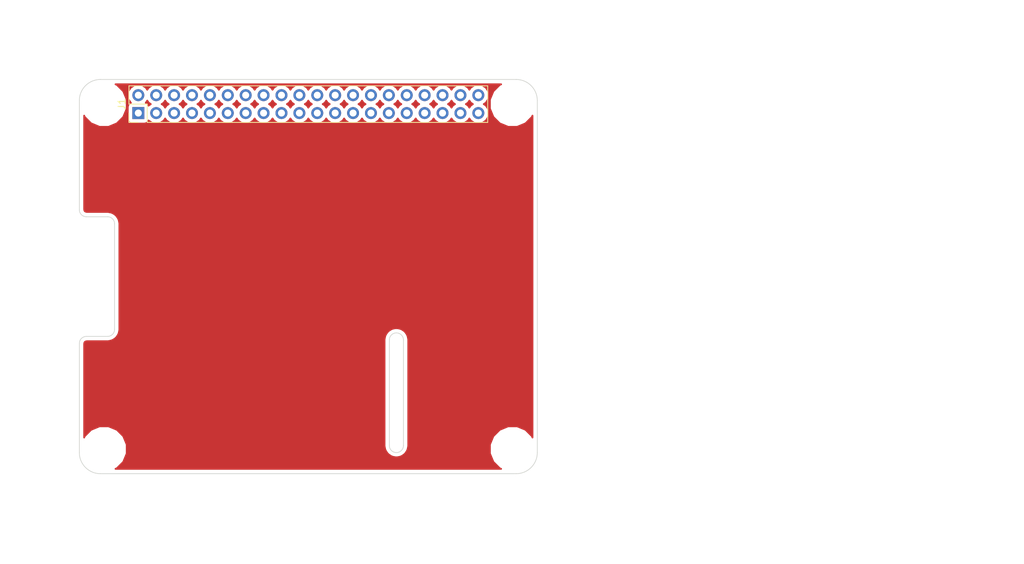
<source format=kicad_pcb>
(kicad_pcb (version 20171130) (host pcbnew "(5.0.1)-4")

  (general
    (thickness 1.6)
    (drawings 37)
    (tracks 0)
    (zones 0)
    (modules 5)
    (nets 41)
  )

  (page A4)
  (layers
    (0 F.Cu signal)
    (31 B.Cu signal)
    (32 B.Adhes user)
    (33 F.Adhes user)
    (34 B.Paste user)
    (35 F.Paste user)
    (36 B.SilkS user)
    (37 F.SilkS user)
    (38 B.Mask user)
    (39 F.Mask user)
    (40 Dwgs.User user)
    (41 Cmts.User user)
    (42 Eco1.User user)
    (43 Eco2.User user)
    (44 Edge.Cuts user)
    (45 Margin user)
    (46 B.CrtYd user)
    (47 F.CrtYd user)
    (48 B.Fab user)
    (49 F.Fab user)
  )

  (setup
    (last_trace_width 0.25)
    (user_trace_width 0.01)
    (user_trace_width 0.02)
    (user_trace_width 0.05)
    (user_trace_width 0.1)
    (user_trace_width 0.2)
    (trace_clearance 0.2)
    (zone_clearance 0.508)
    (zone_45_only no)
    (trace_min 0.01)
    (segment_width 0.2)
    (edge_width 0.1)
    (via_size 0.6)
    (via_drill 0.4)
    (via_min_size 0.4)
    (via_min_drill 0.3)
    (uvia_size 0.3)
    (uvia_drill 0.1)
    (uvias_allowed no)
    (uvia_min_size 0.2)
    (uvia_min_drill 0.1)
    (pcb_text_width 0.3)
    (pcb_text_size 1.5 1.5)
    (mod_edge_width 0.15)
    (mod_text_size 1 1)
    (mod_text_width 0.15)
    (pad_size 2.7 2.7)
    (pad_drill 2.7)
    (pad_to_mask_clearance 0)
    (solder_mask_min_width 0.25)
    (aux_axis_origin 0 0)
    (visible_elements 7FFEFFFF)
    (pcbplotparams
      (layerselection 0x00030_80000001)
      (usegerberextensions false)
      (usegerberattributes false)
      (usegerberadvancedattributes false)
      (creategerberjobfile false)
      (excludeedgelayer true)
      (linewidth 0.100000)
      (plotframeref false)
      (viasonmask false)
      (mode 1)
      (useauxorigin false)
      (hpglpennumber 1)
      (hpglpenspeed 20)
      (hpglpendiameter 15.000000)
      (psnegative false)
      (psa4output false)
      (plotreference true)
      (plotvalue true)
      (plotinvisibletext false)
      (padsonsilk false)
      (subtractmaskfromsilk false)
      (outputformat 1)
      (mirror false)
      (drillshape 0)
      (scaleselection 1)
      (outputdirectory "meta/"))
  )

  (net 0 "")
  (net 1 "Net-(J1-Pad34)")
  (net 2 "Net-(J1-Pad36)")
  (net 3 "Net-(J1-Pad40)")
  (net 4 "Net-(J1-Pad38)")
  (net 5 "Net-(J1-Pad18)")
  (net 6 "Net-(J1-Pad20)")
  (net 7 "Net-(J1-Pad24)")
  (net 8 "Net-(J1-Pad22)")
  (net 9 "Net-(J1-Pad30)")
  (net 10 "Net-(J1-Pad32)")
  (net 11 "Net-(J1-Pad28)")
  (net 12 "Net-(J1-Pad26)")
  (net 13 "Net-(J1-Pad10)")
  (net 14 "Net-(J1-Pad12)")
  (net 15 "Net-(J1-Pad16)")
  (net 16 "Net-(J1-Pad14)")
  (net 17 "Net-(J1-Pad6)")
  (net 18 "Net-(J1-Pad8)")
  (net 19 "Net-(J1-Pad4)")
  (net 20 "Net-(J1-Pad2)")
  (net 21 "Net-(J1-Pad39)")
  (net 22 "Net-(J1-Pad37)")
  (net 23 "Net-(J1-Pad33)")
  (net 24 "Net-(J1-Pad35)")
  (net 25 "Net-(J1-Pad27)")
  (net 26 "Net-(J1-Pad25)")
  (net 27 "Net-(J1-Pad29)")
  (net 28 "Net-(J1-Pad31)")
  (net 29 "Net-(J1-Pad23)")
  (net 30 "Net-(J1-Pad21)")
  (net 31 "Net-(J1-Pad17)")
  (net 32 "Net-(J1-Pad19)")
  (net 33 "Net-(J1-Pad3)")
  (net 34 "Net-(J1-Pad1)")
  (net 35 "Net-(J1-Pad5)")
  (net 36 "Net-(J1-Pad7)")
  (net 37 "Net-(J1-Pad15)")
  (net 38 "Net-(J1-Pad13)")
  (net 39 "Net-(J1-Pad9)")
  (net 40 "Net-(J1-Pad11)")

  (net_class Default "This is the default net class."
    (clearance 0.2)
    (trace_width 0.25)
    (via_dia 0.6)
    (via_drill 0.4)
    (uvia_dia 0.3)
    (uvia_drill 0.1)
    (add_net "Net-(J1-Pad1)")
    (add_net "Net-(J1-Pad10)")
    (add_net "Net-(J1-Pad11)")
    (add_net "Net-(J1-Pad12)")
    (add_net "Net-(J1-Pad13)")
    (add_net "Net-(J1-Pad14)")
    (add_net "Net-(J1-Pad15)")
    (add_net "Net-(J1-Pad16)")
    (add_net "Net-(J1-Pad17)")
    (add_net "Net-(J1-Pad18)")
    (add_net "Net-(J1-Pad19)")
    (add_net "Net-(J1-Pad2)")
    (add_net "Net-(J1-Pad20)")
    (add_net "Net-(J1-Pad21)")
    (add_net "Net-(J1-Pad22)")
    (add_net "Net-(J1-Pad23)")
    (add_net "Net-(J1-Pad24)")
    (add_net "Net-(J1-Pad25)")
    (add_net "Net-(J1-Pad26)")
    (add_net "Net-(J1-Pad27)")
    (add_net "Net-(J1-Pad28)")
    (add_net "Net-(J1-Pad29)")
    (add_net "Net-(J1-Pad3)")
    (add_net "Net-(J1-Pad30)")
    (add_net "Net-(J1-Pad31)")
    (add_net "Net-(J1-Pad32)")
    (add_net "Net-(J1-Pad33)")
    (add_net "Net-(J1-Pad34)")
    (add_net "Net-(J1-Pad35)")
    (add_net "Net-(J1-Pad36)")
    (add_net "Net-(J1-Pad37)")
    (add_net "Net-(J1-Pad38)")
    (add_net "Net-(J1-Pad39)")
    (add_net "Net-(J1-Pad4)")
    (add_net "Net-(J1-Pad40)")
    (add_net "Net-(J1-Pad5)")
    (add_net "Net-(J1-Pad6)")
    (add_net "Net-(J1-Pad7)")
    (add_net "Net-(J1-Pad8)")
    (add_net "Net-(J1-Pad9)")
  )

  (module MountingHole:MountingHole_2.7mm_M2.5 locked (layer F.Cu) (tedit 5BEEBDD0) (tstamp 5BFB4234)
    (at 3.5 4)
    (descr "Mounting Hole 2.7mm, no annular, M2.5")
    (tags "mounting hole 2.7mm no annular m2.5")
    (path /5BEEB85A)
    (attr virtual)
    (fp_text reference H1 (at 0 4.5) (layer F.SilkS) hide
      (effects (font (size 1 1) (thickness 0.15)))
    )
    (fp_text value M2.5 (at 0 3.7) (layer F.Fab)
      (effects (font (size 1 1) (thickness 0.15)))
    )
    (fp_text user %R (at 0.3 0) (layer F.Fab)
      (effects (font (size 1 1) (thickness 0.15)))
    )
    (fp_circle (center 0 0) (end 2.7 0) (layer Cmts.User) (width 0.15))
    (fp_circle (center 0 0) (end 2.95 0) (layer F.CrtYd) (width 0.05))
    (pad "" np_thru_hole circle (at 0 0) (size 2.7 2.7) (drill 2.7) (layers *.Cu *.Mask)
      (solder_mask_margin 1.75) (clearance 1.75))
  )

  (module MountingHole:MountingHole_2.7mm_M2.5 locked (layer F.Cu) (tedit 5BEEBDDD) (tstamp 5BFB423C)
    (at 3.5 53)
    (descr "Mounting Hole 2.7mm, no annular, M2.5")
    (tags "mounting hole 2.7mm no annular m2.5")
    (path /5BEEB9DB)
    (attr virtual)
    (fp_text reference H2 (at 0 -3.7) (layer F.SilkS) hide
      (effects (font (size 1 1) (thickness 0.15)))
    )
    (fp_text value M2.5 (at 0 3.7) (layer F.Fab)
      (effects (font (size 1 1) (thickness 0.15)))
    )
    (fp_circle (center 0 0) (end 2.95 0) (layer F.CrtYd) (width 0.05))
    (fp_circle (center 0 0) (end 2.7 0) (layer Cmts.User) (width 0.15))
    (fp_text user %R (at 0.3 0) (layer F.Fab) hide
      (effects (font (size 1 1) (thickness 0.15)))
    )
    (pad "" np_thru_hole circle (at 0 0) (size 2.7 2.7) (drill 2.7) (layers *.Cu *.Mask)
      (solder_mask_margin 1.75) (clearance 1.75))
  )

  (module MountingHole:MountingHole_2.7mm_M2.5 locked (layer F.Cu) (tedit 5BEEBDAF) (tstamp 5BFB4244)
    (at 61.5 4)
    (descr "Mounting Hole 2.7mm, no annular, M2.5")
    (tags "mounting hole 2.7mm no annular m2.5")
    (path /5BEEBA05)
    (attr virtual)
    (fp_text reference H3 (at 0 -3.7) (layer F.SilkS) hide
      (effects (font (size 1 1) (thickness 0.15)))
    )
    (fp_text value M2.5 (at 0 3.7) (layer F.Fab)
      (effects (font (size 1 1) (thickness 0.15)))
    )
    (fp_text user %R (at 0.3 0) (layer F.Fab)
      (effects (font (size 1 1) (thickness 0.15)))
    )
    (fp_circle (center 0 0) (end 2.7 0) (layer Cmts.User) (width 0.15))
    (fp_circle (center 0 0) (end 2.95 0) (layer F.CrtYd) (width 0.05))
    (pad "" np_thru_hole circle (at 0 0) (size 2.7 2.7) (drill 2.7) (layers *.Cu *.Mask)
      (solder_mask_margin 1.75) (clearance 1.75))
  )

  (module MountingHole:MountingHole_2.7mm_M2.5 locked (layer F.Cu) (tedit 5BEEBE1B) (tstamp 5BFB424C)
    (at 61.5 53)
    (descr "Mounting Hole 2.7mm, no annular, M2.5")
    (tags "mounting hole 2.7mm no annular m2.5")
    (path /5BEEBA66)
    (attr virtual)
    (fp_text reference H4 (at 0 -3.7) (layer F.SilkS) hide
      (effects (font (size 1 1) (thickness 0.15)))
    )
    (fp_text value M2.5 (at 0 3.7) (layer F.Fab)
      (effects (font (size 1 1) (thickness 0.15)))
    )
    (fp_circle (center 0 0) (end 2.95 0) (layer F.CrtYd) (width 0.05))
    (fp_circle (center 0 0) (end 2.7 0) (layer Cmts.User) (width 0.15))
    (fp_text user %R (at 0.3 0) (layer F.Fab)
      (effects (font (size 1 1) (thickness 0.15)))
    )
    (pad "" np_thru_hole circle (at 0 0) (size 2.7 2.7) (drill 2.7) (layers *.Cu *.Mask)
      (solder_mask_margin 1.75) (clearance 1.75))
  )

  (module Connector_PinHeader_2.54mm:PinHeader_2x20_P2.54mm_Vertical locked (layer F.Cu) (tedit 59FED5CC) (tstamp 5BFB395F)
    (at 8.37 5.27 90)
    (descr "Through hole straight pin header, 2x20, 2.54mm pitch, double rows")
    (tags "Through hole pin header THT 2x20 2.54mm double row")
    (path /5BEEB5CE)
    (fp_text reference J1 (at 1.27 -2.33 90) (layer F.SilkS)
      (effects (font (size 1 1) (thickness 0.15)))
    )
    (fp_text value Raspberry_Pi_2_3 (at 1.27 50.59 90) (layer F.Fab)
      (effects (font (size 1 1) (thickness 0.15)))
    )
    (fp_line (start 0 -1.27) (end 3.81 -1.27) (layer F.Fab) (width 0.1))
    (fp_line (start 3.81 -1.27) (end 3.81 49.53) (layer F.Fab) (width 0.1))
    (fp_line (start 3.81 49.53) (end -1.27 49.53) (layer F.Fab) (width 0.1))
    (fp_line (start -1.27 49.53) (end -1.27 0) (layer F.Fab) (width 0.1))
    (fp_line (start -1.27 0) (end 0 -1.27) (layer F.Fab) (width 0.1))
    (fp_line (start -1.33 49.59) (end 3.87 49.59) (layer F.SilkS) (width 0.12))
    (fp_line (start -1.33 1.27) (end -1.33 49.59) (layer F.SilkS) (width 0.12))
    (fp_line (start 3.87 -1.33) (end 3.87 49.59) (layer F.SilkS) (width 0.12))
    (fp_line (start -1.33 1.27) (end 1.27 1.27) (layer F.SilkS) (width 0.12))
    (fp_line (start 1.27 1.27) (end 1.27 -1.33) (layer F.SilkS) (width 0.12))
    (fp_line (start 1.27 -1.33) (end 3.87 -1.33) (layer F.SilkS) (width 0.12))
    (fp_line (start -1.33 0) (end -1.33 -1.33) (layer F.SilkS) (width 0.12))
    (fp_line (start -1.33 -1.33) (end 0 -1.33) (layer F.SilkS) (width 0.12))
    (fp_line (start -1.8 -1.8) (end -1.8 50.05) (layer F.CrtYd) (width 0.05))
    (fp_line (start -1.8 50.05) (end 4.35 50.05) (layer F.CrtYd) (width 0.05))
    (fp_line (start 4.35 50.05) (end 4.35 -1.8) (layer F.CrtYd) (width 0.05))
    (fp_line (start 4.35 -1.8) (end -1.8 -1.8) (layer F.CrtYd) (width 0.05))
    (fp_text user %R (at 1.27 24.13 180) (layer F.Fab)
      (effects (font (size 1 1) (thickness 0.15)))
    )
    (pad 1 thru_hole rect (at 0 0 90) (size 1.7 1.7) (drill 1) (layers *.Cu *.Mask)
      (net 34 "Net-(J1-Pad1)"))
    (pad 2 thru_hole oval (at 2.54 0 90) (size 1.7 1.7) (drill 1) (layers *.Cu *.Mask)
      (net 20 "Net-(J1-Pad2)"))
    (pad 3 thru_hole oval (at 0 2.54 90) (size 1.7 1.7) (drill 1) (layers *.Cu *.Mask)
      (net 33 "Net-(J1-Pad3)"))
    (pad 4 thru_hole oval (at 2.54 2.54 90) (size 1.7 1.7) (drill 1) (layers *.Cu *.Mask)
      (net 19 "Net-(J1-Pad4)"))
    (pad 5 thru_hole oval (at 0 5.08 90) (size 1.7 1.7) (drill 1) (layers *.Cu *.Mask)
      (net 35 "Net-(J1-Pad5)"))
    (pad 6 thru_hole oval (at 2.54 5.08 90) (size 1.7 1.7) (drill 1) (layers *.Cu *.Mask)
      (net 17 "Net-(J1-Pad6)"))
    (pad 7 thru_hole oval (at 0 7.62 90) (size 1.7 1.7) (drill 1) (layers *.Cu *.Mask)
      (net 36 "Net-(J1-Pad7)"))
    (pad 8 thru_hole oval (at 2.54 7.62 90) (size 1.7 1.7) (drill 1) (layers *.Cu *.Mask)
      (net 18 "Net-(J1-Pad8)"))
    (pad 9 thru_hole oval (at 0 10.16 90) (size 1.7 1.7) (drill 1) (layers *.Cu *.Mask)
      (net 39 "Net-(J1-Pad9)"))
    (pad 10 thru_hole oval (at 2.54 10.16 90) (size 1.7 1.7) (drill 1) (layers *.Cu *.Mask)
      (net 13 "Net-(J1-Pad10)"))
    (pad 11 thru_hole oval (at 0 12.7 90) (size 1.7 1.7) (drill 1) (layers *.Cu *.Mask)
      (net 40 "Net-(J1-Pad11)"))
    (pad 12 thru_hole oval (at 2.54 12.7 90) (size 1.7 1.7) (drill 1) (layers *.Cu *.Mask)
      (net 14 "Net-(J1-Pad12)"))
    (pad 13 thru_hole oval (at 0 15.24 90) (size 1.7 1.7) (drill 1) (layers *.Cu *.Mask)
      (net 38 "Net-(J1-Pad13)"))
    (pad 14 thru_hole oval (at 2.54 15.24 90) (size 1.7 1.7) (drill 1) (layers *.Cu *.Mask)
      (net 16 "Net-(J1-Pad14)"))
    (pad 15 thru_hole oval (at 0 17.78 90) (size 1.7 1.7) (drill 1) (layers *.Cu *.Mask)
      (net 37 "Net-(J1-Pad15)"))
    (pad 16 thru_hole oval (at 2.54 17.78 90) (size 1.7 1.7) (drill 1) (layers *.Cu *.Mask)
      (net 15 "Net-(J1-Pad16)"))
    (pad 17 thru_hole oval (at 0 20.32 90) (size 1.7 1.7) (drill 1) (layers *.Cu *.Mask)
      (net 31 "Net-(J1-Pad17)"))
    (pad 18 thru_hole oval (at 2.54 20.32 90) (size 1.7 1.7) (drill 1) (layers *.Cu *.Mask)
      (net 5 "Net-(J1-Pad18)"))
    (pad 19 thru_hole oval (at 0 22.86 90) (size 1.7 1.7) (drill 1) (layers *.Cu *.Mask)
      (net 32 "Net-(J1-Pad19)"))
    (pad 20 thru_hole oval (at 2.54 22.86 90) (size 1.7 1.7) (drill 1) (layers *.Cu *.Mask)
      (net 6 "Net-(J1-Pad20)"))
    (pad 21 thru_hole oval (at 0 25.4 90) (size 1.7 1.7) (drill 1) (layers *.Cu *.Mask)
      (net 30 "Net-(J1-Pad21)"))
    (pad 22 thru_hole oval (at 2.54 25.4 90) (size 1.7 1.7) (drill 1) (layers *.Cu *.Mask)
      (net 8 "Net-(J1-Pad22)"))
    (pad 23 thru_hole oval (at 0 27.94 90) (size 1.7 1.7) (drill 1) (layers *.Cu *.Mask)
      (net 29 "Net-(J1-Pad23)"))
    (pad 24 thru_hole oval (at 2.54 27.94 90) (size 1.7 1.7) (drill 1) (layers *.Cu *.Mask)
      (net 7 "Net-(J1-Pad24)"))
    (pad 25 thru_hole oval (at 0 30.48 90) (size 1.7 1.7) (drill 1) (layers *.Cu *.Mask)
      (net 26 "Net-(J1-Pad25)"))
    (pad 26 thru_hole oval (at 2.54 30.48 90) (size 1.7 1.7) (drill 1) (layers *.Cu *.Mask)
      (net 12 "Net-(J1-Pad26)"))
    (pad 27 thru_hole oval (at 0 33.02 90) (size 1.7 1.7) (drill 1) (layers *.Cu *.Mask)
      (net 25 "Net-(J1-Pad27)"))
    (pad 28 thru_hole oval (at 2.54 33.02 90) (size 1.7 1.7) (drill 1) (layers *.Cu *.Mask)
      (net 11 "Net-(J1-Pad28)"))
    (pad 29 thru_hole oval (at 0 35.56 90) (size 1.7 1.7) (drill 1) (layers *.Cu *.Mask)
      (net 27 "Net-(J1-Pad29)"))
    (pad 30 thru_hole oval (at 2.54 35.56 90) (size 1.7 1.7) (drill 1) (layers *.Cu *.Mask)
      (net 9 "Net-(J1-Pad30)"))
    (pad 31 thru_hole oval (at 0 38.1 90) (size 1.7 1.7) (drill 1) (layers *.Cu *.Mask)
      (net 28 "Net-(J1-Pad31)"))
    (pad 32 thru_hole oval (at 2.54 38.1 90) (size 1.7 1.7) (drill 1) (layers *.Cu *.Mask)
      (net 10 "Net-(J1-Pad32)"))
    (pad 33 thru_hole oval (at 0 40.64 90) (size 1.7 1.7) (drill 1) (layers *.Cu *.Mask)
      (net 23 "Net-(J1-Pad33)"))
    (pad 34 thru_hole oval (at 2.54 40.64 90) (size 1.7 1.7) (drill 1) (layers *.Cu *.Mask)
      (net 1 "Net-(J1-Pad34)"))
    (pad 35 thru_hole oval (at 0 43.18 90) (size 1.7 1.7) (drill 1) (layers *.Cu *.Mask)
      (net 24 "Net-(J1-Pad35)"))
    (pad 36 thru_hole oval (at 2.54 43.18 90) (size 1.7 1.7) (drill 1) (layers *.Cu *.Mask)
      (net 2 "Net-(J1-Pad36)"))
    (pad 37 thru_hole oval (at 0 45.72 90) (size 1.7 1.7) (drill 1) (layers *.Cu *.Mask)
      (net 22 "Net-(J1-Pad37)"))
    (pad 38 thru_hole oval (at 2.54 45.72 90) (size 1.7 1.7) (drill 1) (layers *.Cu *.Mask)
      (net 4 "Net-(J1-Pad38)"))
    (pad 39 thru_hole oval (at 0 48.26 90) (size 1.7 1.7) (drill 1) (layers *.Cu *.Mask)
      (net 21 "Net-(J1-Pad39)"))
    (pad 40 thru_hole oval (at 2.54 48.26 90) (size 1.7 1.7) (drill 1) (layers *.Cu *.Mask)
      (net 3 "Net-(J1-Pad40)"))
    (model ${KISYS3DMOD}/Connector_PinHeader_2.54mm.3dshapes/PinHeader_2x20_P2.54mm_Vertical.wrl
      (at (xyz 0 0 0))
      (scale (xyz 1 1 1))
      (rotate (xyz 0 0 0))
    )
  )

  (gr_text "Select one of these board edges depending \nupon the type of socket that is used." (at 82.5 0.5) (layer Cmts.User)
    (effects (font (size 1.5 1.5) (thickness 0.15)) (justify left))
  )
  (gr_text "Dimensions taken from\nhttps://github.com/raspberrypi/hats/blob/master/hat-board-mechanical.pdf" (at 36.5 67) (layer Cmts.User)
    (effects (font (size 1.5 1.5) (thickness 0.15) italic))
  )
  (dimension 56 (width 0.15) (layer Dwgs.User)
    (gr_text "56 mm (Thru-hole socket J2)" (at 75.35 28.5 270) (layer Dwgs.User)
      (effects (font (size 1.5 1.5) (thickness 0.15)))
    )
    (feature1 (pts (xy 66 56.5) (xy 76.7 56.5)))
    (feature2 (pts (xy 66 0.5) (xy 76.7 0.5)))
    (crossbar (pts (xy 74 0.5) (xy 74 56.5)))
    (arrow1a (pts (xy 74 56.5) (xy 73.413579 55.373496)))
    (arrow1b (pts (xy 74 56.5) (xy 74.586421 55.373496)))
    (arrow2a (pts (xy 74 0.5) (xy 73.413579 1.626504)))
    (arrow2b (pts (xy 74 0.5) (xy 74.586421 1.626504)))
  )
  (gr_arc (start 62 3.5) (end 62 0.5) (angle 90) (layer Edge.Cuts) (width 0.1) (tstamp 5516A74C))
  (gr_line (start 3 0.5) (end 62 0.5) (angle 90) (layer Edge.Cuts) (width 0.1) (tstamp 5516A726))
  (gr_arc (start 3 3.5) (end 0 3.5) (angle 90) (layer Edge.Cuts) (width 0.1) (tstamp 5516A6F0))
  (dimension 11.5 (width 0.15) (layer Dwgs.User)
    (gr_text "11.5 mm" (at 39.150001 50.75 270) (layer Dwgs.User)
      (effects (font (size 1.5 1.5) (thickness 0.15)))
    )
    (feature1 (pts (xy 43 56.5) (xy 37.800001 56.5)))
    (feature2 (pts (xy 43 45) (xy 37.800001 45)))
    (crossbar (pts (xy 40.500001 45) (xy 40.500001 56.5)))
    (arrow1a (pts (xy 40.500001 56.5) (xy 39.91358 55.373496)))
    (arrow1b (pts (xy 40.500001 56.5) (xy 41.086422 55.373496)))
    (arrow2a (pts (xy 40.500001 45) (xy 39.91358 46.126504)))
    (arrow2b (pts (xy 40.500001 45) (xy 41.086422 46.126504)))
  )
  (dimension 2 (width 0.15) (layer Dwgs.User) (tstamp 5516A8F7)
    (gr_text "2 mm" (at 49.75 33) (layer Dwgs.User) (tstamp 5516A8F7)
      (effects (font (size 1.5 1.5) (thickness 0.15)))
    )
    (feature1 (pts (xy 46 35.5) (xy 46 30.300001)))
    (feature2 (pts (xy 44 35.5) (xy 44 30.300001)))
    (crossbar (pts (xy 44 33.000001) (xy 46 33.000001)))
    (arrow1a (pts (xy 46 33.000001) (xy 44.873496 33.586422)))
    (arrow1b (pts (xy 46 33.000001) (xy 44.873496 32.41358)))
    (arrow2a (pts (xy 44 33.000001) (xy 45.126504 33.586422)))
    (arrow2b (pts (xy 44 33.000001) (xy 45.126504 32.41358)))
  )
  (dimension 17 (width 0.15) (layer Dwgs.User)
    (gr_text "17 mm" (at 51.35 45 270) (layer Dwgs.User)
      (effects (font (size 1.5 1.5) (thickness 0.15)))
    )
    (feature1 (pts (xy 47 53.5) (xy 52.7 53.5)))
    (feature2 (pts (xy 47 36.5) (xy 52.7 36.5)))
    (crossbar (pts (xy 50 36.5) (xy 50 53.5)))
    (arrow1a (pts (xy 50 53.5) (xy 49.413579 52.373496)))
    (arrow1b (pts (xy 50 53.5) (xy 50.586421 52.373496)))
    (arrow2a (pts (xy 50 36.5) (xy 49.413579 37.626504)))
    (arrow2b (pts (xy 50 36.5) (xy 50.586421 37.626504)))
  )
  (dimension 3.5 (width 0.15) (layer Dwgs.User)
    (gr_text "3.5 mm" (at 8.5 60) (layer Dwgs.User)
      (effects (font (size 1.5 1.5) (thickness 0.15)))
    )
    (feature1 (pts (xy 3.5 57.5) (xy 3.5 62.7)))
    (feature2 (pts (xy 0 57.5) (xy 0 62.7)))
    (crossbar (pts (xy 0 60) (xy 3.5 60)))
    (arrow1a (pts (xy 3.5 60) (xy 2.373496 60.586421)))
    (arrow1b (pts (xy 3.5 60) (xy 2.373496 59.413579)))
    (arrow2a (pts (xy 0 60) (xy 1.126504 60.586421)))
    (arrow2b (pts (xy 0 60) (xy 1.126504 59.413579)))
  )
  (dimension 3.5 (width 0.15) (layer Dwgs.User) (tstamp 55169E80)
    (gr_text "3.5 mm" (at 10.25 48.25 270) (layer Dwgs.User) (tstamp 55169E80)
      (effects (font (size 1.5 1.5) (thickness 0.15)))
    )
    (feature1 (pts (xy 7 56.5) (xy 12.7 56.5)))
    (feature2 (pts (xy 7 53) (xy 12.7 53)))
    (crossbar (pts (xy 10 53) (xy 10 56.5)))
    (arrow1a (pts (xy 10 56.5) (xy 9.413579 55.373496)))
    (arrow1b (pts (xy 10 56.5) (xy 10.586421 55.373496)))
    (arrow2a (pts (xy 10 53) (xy 9.413579 54.126504)))
    (arrow2b (pts (xy 10 53) (xy 10.586421 54.126504)))
  )
  (dimension 49 (width 0.15) (layer Dwgs.User)
    (gr_text "49 mm" (at 70.349999 28.5 270) (layer Dwgs.User)
      (effects (font (size 1.5 1.5) (thickness 0.15)))
    )
    (feature1 (pts (xy 66 53) (xy 71.699999 53)))
    (feature2 (pts (xy 66 4) (xy 71.699999 4)))
    (crossbar (pts (xy 68.999999 4) (xy 68.999999 53)))
    (arrow1a (pts (xy 68.999999 53) (xy 68.413578 51.873496)))
    (arrow1b (pts (xy 68.999999 53) (xy 69.58642 51.873496)))
    (arrow2a (pts (xy 68.999999 4) (xy 68.413578 5.126504)))
    (arrow2b (pts (xy 68.999999 4) (xy 69.58642 5.126504)))
  )
  (dimension 19.5 (width 0.15) (layer Dwgs.User) (tstamp 55169DA3)
    (gr_text "19.5 mm" (at -5.35 46.75 270) (layer Dwgs.User) (tstamp 55169DA3)
      (effects (font (size 1.5 1.5) (thickness 0.15)))
    )
    (feature1 (pts (xy -1 56.5) (xy -6.7 56.5)))
    (feature2 (pts (xy -1 37) (xy -6.7 37)))
    (crossbar (pts (xy -4 37) (xy -4 56.5)))
    (arrow1a (pts (xy -4 56.5) (xy -4.586421 55.373496)))
    (arrow1b (pts (xy -4 56.5) (xy -3.413579 55.373496)))
    (arrow2a (pts (xy -4 37) (xy -4.586421 38.126504)))
    (arrow2b (pts (xy -4 37) (xy -3.413579 38.126504)))
  )
  (dimension 17 (width 0.15) (layer Dwgs.User)
    (gr_text "17 mm" (at 9.35 28.5 270) (layer Dwgs.User)
      (effects (font (size 1.5 1.5) (thickness 0.15)))
    )
    (feature1 (pts (xy 6 37) (xy 10.7 37)))
    (feature2 (pts (xy 6 20) (xy 10.7 20)))
    (crossbar (pts (xy 8 20) (xy 8 37)))
    (arrow1a (pts (xy 8 37) (xy 7.413579 35.873496)))
    (arrow1b (pts (xy 8 37) (xy 8.586421 35.873496)))
    (arrow2a (pts (xy 8 20) (xy 7.413579 21.126504)))
    (arrow2b (pts (xy 8 20) (xy 8.586421 21.126504)))
  )
  (dimension 5 (width 0.15) (layer Dwgs.User)
    (gr_text "5 mm" (at 8.75 18) (layer Dwgs.User)
      (effects (font (size 1.5 1.5) (thickness 0.15)))
    )
    (feature1 (pts (xy 5 20) (xy 5 15.3)))
    (feature2 (pts (xy 0 20) (xy 0 15.3)))
    (crossbar (pts (xy 0 18) (xy 5 18)))
    (arrow1a (pts (xy 5 18) (xy 3.873496 18.586421)))
    (arrow1b (pts (xy 5 18) (xy 3.873496 17.413579)))
    (arrow2a (pts (xy 0 18) (xy 1.126504 18.586421)))
    (arrow2b (pts (xy 0 18) (xy 1.126504 17.413579)))
  )
  (dimension 29 (width 0.15) (layer Dwgs.User)
    (gr_text "29 mm" (at 18 11.849999) (layer Dwgs.User)
      (effects (font (size 1.5 1.5) (thickness 0.15)))
    )
    (feature1 (pts (xy 32.5 8) (xy 32.5 13.199999)))
    (feature2 (pts (xy 3.5 8) (xy 3.5 13.199999)))
    (crossbar (pts (xy 3.5 10.499999) (xy 32.5 10.499999)))
    (arrow1a (pts (xy 32.5 10.499999) (xy 31.373496 11.08642)))
    (arrow1b (pts (xy 32.5 10.499999) (xy 31.373496 9.913578)))
    (arrow2a (pts (xy 3.5 10.499999) (xy 4.626504 11.08642)))
    (arrow2b (pts (xy 3.5 10.499999) (xy 4.626504 9.913578)))
  )
  (dimension 58 (width 0.15) (layer Dwgs.User)
    (gr_text "58 mm" (at 32.5 -4.85) (layer Dwgs.User)
      (effects (font (size 1.5 1.5) (thickness 0.15)))
    )
    (feature1 (pts (xy 61.5 -1) (xy 61.5 -6.2)))
    (feature2 (pts (xy 3.5 -1) (xy 3.5 -6.2)))
    (crossbar (pts (xy 3.5 -3.5) (xy 61.5 -3.5)))
    (arrow1a (pts (xy 61.5 -3.5) (xy 60.373496 -2.913579)))
    (arrow1b (pts (xy 61.5 -3.5) (xy 60.373496 -4.086421)))
    (arrow2a (pts (xy 3.5 -3.5) (xy 4.626504 -2.913579)))
    (arrow2b (pts (xy 3.5 -3.5) (xy 4.626504 -4.086421)))
  )
  (dimension 65 (width 0.15) (layer Dwgs.User)
    (gr_text "65 mm" (at 32.5 -9.35) (layer Dwgs.User)
      (effects (font (size 1.5 1.5) (thickness 0.15)))
    )
    (feature1 (pts (xy 65 -1) (xy 65 -10.7)))
    (feature2 (pts (xy 0 -1) (xy 0 -10.7)))
    (crossbar (pts (xy 0 -8) (xy 65 -8)))
    (arrow1a (pts (xy 65 -8) (xy 63.873496 -7.413579)))
    (arrow1b (pts (xy 65 -8) (xy 63.873496 -8.586421)))
    (arrow2a (pts (xy 0 -8) (xy 1.126504 -7.413579)))
    (arrow2b (pts (xy 0 -8) (xy 1.126504 -8.586421)))
  )
  (dimension 56.5 (width 0.15) (layer Dwgs.User)
    (gr_text "56.5 mm (SMT socket J1)" (at 79.35 28.25 270) (layer Dwgs.User)
      (effects (font (size 1.5 1.5) (thickness 0.15)))
    )
    (feature1 (pts (xy 66 56.5) (xy 80.7 56.5)))
    (feature2 (pts (xy 66 0) (xy 80.7 0)))
    (crossbar (pts (xy 78 0) (xy 78 56.5)))
    (arrow1a (pts (xy 78 56.5) (xy 77.413579 55.373496)))
    (arrow1b (pts (xy 78 56.5) (xy 78.586421 55.373496)))
    (arrow2a (pts (xy 78 0) (xy 77.413579 1.126504)))
    (arrow2b (pts (xy 78 0) (xy 78.586421 1.126504)))
  )
  (gr_text "Camera Flex Slot\n(Optional)" (at 44.75 60.25) (layer Cmts.User) (tstamp 55169D99)
    (effects (font (size 1.5 1.5) (thickness 0.15)))
  )
  (gr_arc (start 45 52.5) (end 44 52.5) (angle -180) (layer Edge.Cuts) (width 0.1) (tstamp 5515DF03))
  (gr_arc (start 45 37.5) (end 44 37.5) (angle 180) (layer Edge.Cuts) (width 0.1))
  (gr_line (start 46 37.5) (end 46 52.5) (angle 90) (layer Edge.Cuts) (width 0.1) (tstamp 5515DEFA))
  (gr_line (start 44 37.5) (end 44 52.5) (angle 90) (layer Edge.Cuts) (width 0.1))
  (gr_arc (start 1 38) (end 0 38) (angle 90) (layer Edge.Cuts) (width 0.1) (tstamp 5515814F))
  (gr_arc (start 4 36) (end 5 36) (angle 90) (layer Edge.Cuts) (width 0.1) (tstamp 5515812E))
  (gr_arc (start 4 21) (end 4 20) (angle 90) (layer Edge.Cuts) (width 0.1) (tstamp 5515810E))
  (gr_arc (start 1 19) (end 1 20) (angle 90) (layer Edge.Cuts) (width 0.1) (tstamp 55158090))
  (gr_arc (start 62 53.5) (end 65 53.5) (angle 90) (layer Edge.Cuts) (width 0.1) (tstamp 55157FFB))
  (gr_arc (start 3 53.5) (end 3 56.5) (angle 90) (layer Edge.Cuts) (width 0.1) (tstamp 55157FCE))
  (gr_line (start 0 38) (end 0 53.5) (layer Edge.Cuts) (width 0.1))
  (gr_line (start 0 3.5) (end 0 19) (layer Edge.Cuts) (width 0.1))
  (gr_line (start 1 37) (end 4 37) (layer Edge.Cuts) (width 0.1))
  (gr_line (start 1 20) (end 4 20) (layer Edge.Cuts) (width 0.1))
  (gr_line (start 5 21) (end 5 36) (layer Edge.Cuts) (width 0.1))
  (gr_line (start 3 56.5) (end 62 56.5) (angle 90) (layer Edge.Cuts) (width 0.1))
  (gr_line (start 65 3.5) (end 65 53.5) (angle 90) (layer Edge.Cuts) (width 0.1))

  (zone (net 0) (net_name "") (layer F.Cu) (tstamp 0) (hatch edge 0.508)
    (connect_pads (clearance 0.508))
    (min_thickness 0.254)
    (fill yes (arc_segments 16) (thermal_gap 0.508) (thermal_bridge_width 0.508))
    (polygon
      (pts
        (xy 0 37) (xy 4 37) (xy 5 36) (xy 5 21) (xy 4 20)
        (xy 0 20) (xy 0 2.5) (xy 0.5 1.5) (xy 1 1) (xy 2 0.5)
        (xy 63 0.5) (xy 64 1) (xy 64.5 1.5) (xy 65 2.5) (xy 65 54.5)
        (xy 64.5 55.5) (xy 64 56) (xy 63 56.5) (xy 2 56.5) (xy 1 56)
        (xy 0.5 55.5) (xy 0 54.5)
      )
    )
    (polygon
      (pts
        (xy 44.5 37) (xy 45.5 37) (xy 45.5 53) (xy 44.5 53)
      )
    )
    (filled_polygon
      (pts
        (xy 59.672051 1.264281) (xy 58.764281 2.172051) (xy 58.273 3.35811) (xy 58.273 4.64189) (xy 58.764281 5.827949)
        (xy 59.672051 6.735719) (xy 60.85811 7.227) (xy 62.14189 7.227) (xy 63.327949 6.735719) (xy 64.235719 5.827949)
        (xy 64.315 5.636547) (xy 64.315001 51.363455) (xy 64.235719 51.172051) (xy 63.327949 50.264281) (xy 62.14189 49.773)
        (xy 60.85811 49.773) (xy 59.672051 50.264281) (xy 58.764281 51.172051) (xy 58.273 52.35811) (xy 58.273 53.64189)
        (xy 58.764281 54.827949) (xy 59.672051 55.735719) (xy 59.863453 55.815) (xy 5.136547 55.815) (xy 5.327949 55.735719)
        (xy 6.235719 54.827949) (xy 6.727 53.64189) (xy 6.727 52.35811) (xy 6.235719 51.172051) (xy 5.327949 50.264281)
        (xy 4.14189 49.773) (xy 2.85811 49.773) (xy 1.672051 50.264281) (xy 0.764281 51.172051) (xy 0.685 51.363453)
        (xy 0.685 38.067466) (xy 0.721376 37.884591) (xy 0.786751 37.78675) (xy 0.88459 37.721376) (xy 1.067466 37.685)
        (xy 4.067462 37.685) (xy 4.133632 37.671838) (xy 4.133636 37.671838) (xy 4.516319 37.595718) (xy 4.763248 37.493437)
        (xy 4.763249 37.493436) (xy 4.854388 37.432539) (xy 43.315 37.432539) (xy 43.315001 52.567462) (xy 43.328162 52.633627)
        (xy 43.328162 52.633636) (xy 43.404282 53.016319) (xy 43.455534 53.140052) (xy 43.506563 53.263248) (xy 43.723336 53.587672)
        (xy 43.912328 53.776664) (xy 44.236751 53.993437) (xy 44.290876 54.015856) (xy 44.483681 54.095718) (xy 44.866364 54.171838)
        (xy 45.133636 54.171838) (xy 45.516319 54.095718) (xy 45.763248 53.993437) (xy 45.763249 53.993436) (xy 46.087672 53.776664)
        (xy 46.276664 53.587672) (xy 46.493437 53.263249) (xy 46.550942 53.124419) (xy 46.595718 53.016319) (xy 46.671838 52.633636)
        (xy 46.671838 52.633632) (xy 46.685 52.567462) (xy 46.685 37.432538) (xy 46.671838 37.366368) (xy 46.671838 37.366364)
        (xy 46.595718 36.983681) (xy 46.515594 36.790243) (xy 46.493437 36.736751) (xy 46.276664 36.412328) (xy 46.087672 36.223336)
        (xy 45.763248 36.006563) (xy 45.752517 36.002118) (xy 45.516319 35.904282) (xy 45.133636 35.828162) (xy 44.866364 35.828162)
        (xy 44.483681 35.904282) (xy 44.339032 35.964197) (xy 44.236751 36.006563) (xy 43.912328 36.223336) (xy 43.723336 36.412328)
        (xy 43.506564 36.736751) (xy 43.506563 36.736752) (xy 43.404282 36.983681) (xy 43.328162 37.366364) (xy 43.328162 37.366369)
        (xy 43.315 37.432539) (xy 4.854388 37.432539) (xy 5.087672 37.276664) (xy 5.276664 37.087672) (xy 5.493437 36.763249)
        (xy 5.547123 36.633637) (xy 5.595718 36.516319) (xy 5.671838 36.133636) (xy 5.671838 36.133632) (xy 5.685 36.067462)
        (xy 5.685 20.932538) (xy 5.671838 20.866368) (xy 5.671838 20.866364) (xy 5.595718 20.483681) (xy 5.493437 20.236752)
        (xy 5.493437 20.236751) (xy 5.276664 19.912328) (xy 5.087672 19.723336) (xy 4.763248 19.506563) (xy 4.732573 19.493857)
        (xy 4.516319 19.404282) (xy 4.133636 19.328162) (xy 4.133632 19.328162) (xy 4.067462 19.315) (xy 1.067466 19.315)
        (xy 0.88459 19.278624) (xy 0.786751 19.21325) (xy 0.721376 19.115409) (xy 0.685 18.932534) (xy 0.685 5.636547)
        (xy 0.764281 5.827949) (xy 1.672051 6.735719) (xy 2.85811 7.227) (xy 4.14189 7.227) (xy 5.327949 6.735719)
        (xy 6.235719 5.827949) (xy 6.727 4.64189) (xy 6.727 3.35811) (xy 6.466829 2.73) (xy 6.855908 2.73)
        (xy 6.971161 3.309418) (xy 7.299375 3.800625) (xy 7.317619 3.812816) (xy 7.272235 3.821843) (xy 7.062191 3.962191)
        (xy 6.921843 4.172235) (xy 6.87256 4.42) (xy 6.87256 6.12) (xy 6.921843 6.367765) (xy 7.062191 6.577809)
        (xy 7.272235 6.718157) (xy 7.52 6.76744) (xy 9.22 6.76744) (xy 9.467765 6.718157) (xy 9.677809 6.577809)
        (xy 9.818157 6.367765) (xy 9.827184 6.322381) (xy 9.839375 6.340625) (xy 10.330582 6.668839) (xy 10.763744 6.755)
        (xy 11.056256 6.755) (xy 11.489418 6.668839) (xy 11.980625 6.340625) (xy 12.18 6.042239) (xy 12.379375 6.340625)
        (xy 12.870582 6.668839) (xy 13.303744 6.755) (xy 13.596256 6.755) (xy 14.029418 6.668839) (xy 14.520625 6.340625)
        (xy 14.72 6.042239) (xy 14.919375 6.340625) (xy 15.410582 6.668839) (xy 15.843744 6.755) (xy 16.136256 6.755)
        (xy 16.569418 6.668839) (xy 17.060625 6.340625) (xy 17.26 6.042239) (xy 17.459375 6.340625) (xy 17.950582 6.668839)
        (xy 18.383744 6.755) (xy 18.676256 6.755) (xy 19.109418 6.668839) (xy 19.600625 6.340625) (xy 19.8 6.042239)
        (xy 19.999375 6.340625) (xy 20.490582 6.668839) (xy 20.923744 6.755) (xy 21.216256 6.755) (xy 21.649418 6.668839)
        (xy 22.140625 6.340625) (xy 22.34 6.042239) (xy 22.539375 6.340625) (xy 23.030582 6.668839) (xy 23.463744 6.755)
        (xy 23.756256 6.755) (xy 24.189418 6.668839) (xy 24.680625 6.340625) (xy 24.88 6.042239) (xy 25.079375 6.340625)
        (xy 25.570582 6.668839) (xy 26.003744 6.755) (xy 26.296256 6.755) (xy 26.729418 6.668839) (xy 27.220625 6.340625)
        (xy 27.42 6.042239) (xy 27.619375 6.340625) (xy 28.110582 6.668839) (xy 28.543744 6.755) (xy 28.836256 6.755)
        (xy 29.269418 6.668839) (xy 29.760625 6.340625) (xy 29.96 6.042239) (xy 30.159375 6.340625) (xy 30.650582 6.668839)
        (xy 31.083744 6.755) (xy 31.376256 6.755) (xy 31.809418 6.668839) (xy 32.300625 6.340625) (xy 32.5 6.042239)
        (xy 32.699375 6.340625) (xy 33.190582 6.668839) (xy 33.623744 6.755) (xy 33.916256 6.755) (xy 34.349418 6.668839)
        (xy 34.840625 6.340625) (xy 35.04 6.042239) (xy 35.239375 6.340625) (xy 35.730582 6.668839) (xy 36.163744 6.755)
        (xy 36.456256 6.755) (xy 36.889418 6.668839) (xy 37.380625 6.340625) (xy 37.58 6.042239) (xy 37.779375 6.340625)
        (xy 38.270582 6.668839) (xy 38.703744 6.755) (xy 38.996256 6.755) (xy 39.429418 6.668839) (xy 39.920625 6.340625)
        (xy 40.12 6.042239) (xy 40.319375 6.340625) (xy 40.810582 6.668839) (xy 41.243744 6.755) (xy 41.536256 6.755)
        (xy 41.969418 6.668839) (xy 42.460625 6.340625) (xy 42.66 6.042239) (xy 42.859375 6.340625) (xy 43.350582 6.668839)
        (xy 43.783744 6.755) (xy 44.076256 6.755) (xy 44.509418 6.668839) (xy 45.000625 6.340625) (xy 45.2 6.042239)
        (xy 45.399375 6.340625) (xy 45.890582 6.668839) (xy 46.323744 6.755) (xy 46.616256 6.755) (xy 47.049418 6.668839)
        (xy 47.540625 6.340625) (xy 47.74 6.042239) (xy 47.939375 6.340625) (xy 48.430582 6.668839) (xy 48.863744 6.755)
        (xy 49.156256 6.755) (xy 49.589418 6.668839) (xy 50.080625 6.340625) (xy 50.28 6.042239) (xy 50.479375 6.340625)
        (xy 50.970582 6.668839) (xy 51.403744 6.755) (xy 51.696256 6.755) (xy 52.129418 6.668839) (xy 52.620625 6.340625)
        (xy 52.82 6.042239) (xy 53.019375 6.340625) (xy 53.510582 6.668839) (xy 53.943744 6.755) (xy 54.236256 6.755)
        (xy 54.669418 6.668839) (xy 55.160625 6.340625) (xy 55.36 6.042239) (xy 55.559375 6.340625) (xy 56.050582 6.668839)
        (xy 56.483744 6.755) (xy 56.776256 6.755) (xy 57.209418 6.668839) (xy 57.700625 6.340625) (xy 58.028839 5.849418)
        (xy 58.144092 5.27) (xy 58.028839 4.690582) (xy 57.700625 4.199375) (xy 57.402239 4) (xy 57.700625 3.800625)
        (xy 58.028839 3.309418) (xy 58.144092 2.73) (xy 58.028839 2.150582) (xy 57.700625 1.659375) (xy 57.209418 1.331161)
        (xy 56.776256 1.245) (xy 56.483744 1.245) (xy 56.050582 1.331161) (xy 55.559375 1.659375) (xy 55.36 1.957761)
        (xy 55.160625 1.659375) (xy 54.669418 1.331161) (xy 54.236256 1.245) (xy 53.943744 1.245) (xy 53.510582 1.331161)
        (xy 53.019375 1.659375) (xy 52.82 1.957761) (xy 52.620625 1.659375) (xy 52.129418 1.331161) (xy 51.696256 1.245)
        (xy 51.403744 1.245) (xy 50.970582 1.331161) (xy 50.479375 1.659375) (xy 50.28 1.957761) (xy 50.080625 1.659375)
        (xy 49.589418 1.331161) (xy 49.156256 1.245) (xy 48.863744 1.245) (xy 48.430582 1.331161) (xy 47.939375 1.659375)
        (xy 47.74 1.957761) (xy 47.540625 1.659375) (xy 47.049418 1.331161) (xy 46.616256 1.245) (xy 46.323744 1.245)
        (xy 45.890582 1.331161) (xy 45.399375 1.659375) (xy 45.2 1.957761) (xy 45.000625 1.659375) (xy 44.509418 1.331161)
        (xy 44.076256 1.245) (xy 43.783744 1.245) (xy 43.350582 1.331161) (xy 42.859375 1.659375) (xy 42.66 1.957761)
        (xy 42.460625 1.659375) (xy 41.969418 1.331161) (xy 41.536256 1.245) (xy 41.243744 1.245) (xy 40.810582 1.331161)
        (xy 40.319375 1.659375) (xy 40.12 1.957761) (xy 39.920625 1.659375) (xy 39.429418 1.331161) (xy 38.996256 1.245)
        (xy 38.703744 1.245) (xy 38.270582 1.331161) (xy 37.779375 1.659375) (xy 37.58 1.957761) (xy 37.380625 1.659375)
        (xy 36.889418 1.331161) (xy 36.456256 1.245) (xy 36.163744 1.245) (xy 35.730582 1.331161) (xy 35.239375 1.659375)
        (xy 35.04 1.957761) (xy 34.840625 1.659375) (xy 34.349418 1.331161) (xy 33.916256 1.245) (xy 33.623744 1.245)
        (xy 33.190582 1.331161) (xy 32.699375 1.659375) (xy 32.5 1.957761) (xy 32.300625 1.659375) (xy 31.809418 1.331161)
        (xy 31.376256 1.245) (xy 31.083744 1.245) (xy 30.650582 1.331161) (xy 30.159375 1.659375) (xy 29.96 1.957761)
        (xy 29.760625 1.659375) (xy 29.269418 1.331161) (xy 28.836256 1.245) (xy 28.543744 1.245) (xy 28.110582 1.331161)
        (xy 27.619375 1.659375) (xy 27.42 1.957761) (xy 27.220625 1.659375) (xy 26.729418 1.331161) (xy 26.296256 1.245)
        (xy 26.003744 1.245) (xy 25.570582 1.331161) (xy 25.079375 1.659375) (xy 24.88 1.957761) (xy 24.680625 1.659375)
        (xy 24.189418 1.331161) (xy 23.756256 1.245) (xy 23.463744 1.245) (xy 23.030582 1.331161) (xy 22.539375 1.659375)
        (xy 22.34 1.957761) (xy 22.140625 1.659375) (xy 21.649418 1.331161) (xy 21.216256 1.245) (xy 20.923744 1.245)
        (xy 20.490582 1.331161) (xy 19.999375 1.659375) (xy 19.8 1.957761) (xy 19.600625 1.659375) (xy 19.109418 1.331161)
        (xy 18.676256 1.245) (xy 18.383744 1.245) (xy 17.950582 1.331161) (xy 17.459375 1.659375) (xy 17.26 1.957761)
        (xy 17.060625 1.659375) (xy 16.569418 1.331161) (xy 16.136256 1.245) (xy 15.843744 1.245) (xy 15.410582 1.331161)
        (xy 14.919375 1.659375) (xy 14.72 1.957761) (xy 14.520625 1.659375) (xy 14.029418 1.331161) (xy 13.596256 1.245)
        (xy 13.303744 1.245) (xy 12.870582 1.331161) (xy 12.379375 1.659375) (xy 12.18 1.957761) (xy 11.980625 1.659375)
        (xy 11.489418 1.331161) (xy 11.056256 1.245) (xy 10.763744 1.245) (xy 10.330582 1.331161) (xy 9.839375 1.659375)
        (xy 9.64 1.957761) (xy 9.440625 1.659375) (xy 8.949418 1.331161) (xy 8.516256 1.245) (xy 8.223744 1.245)
        (xy 7.790582 1.331161) (xy 7.299375 1.659375) (xy 6.971161 2.150582) (xy 6.855908 2.73) (xy 6.466829 2.73)
        (xy 6.235719 2.172051) (xy 5.327949 1.264281) (xy 5.136547 1.185) (xy 59.863453 1.185)
      )
    )
    (filled_polygon
      (pts
        (xy 12.379375 3.800625) (xy 12.677761 4) (xy 12.379375 4.199375) (xy 12.18 4.497761) (xy 11.980625 4.199375)
        (xy 11.682239 4) (xy 11.980625 3.800625) (xy 12.18 3.502239)
      )
    )
    (filled_polygon
      (pts
        (xy 35.239375 3.800625) (xy 35.537761 4) (xy 35.239375 4.199375) (xy 35.04 4.497761) (xy 34.840625 4.199375)
        (xy 34.542239 4) (xy 34.840625 3.800625) (xy 35.04 3.502239)
      )
    )
    (filled_polygon
      (pts
        (xy 55.559375 3.800625) (xy 55.857761 4) (xy 55.559375 4.199375) (xy 55.36 4.497761) (xy 55.160625 4.199375)
        (xy 54.862239 4) (xy 55.160625 3.800625) (xy 55.36 3.502239)
      )
    )
    (filled_polygon
      (pts
        (xy 53.019375 3.800625) (xy 53.317761 4) (xy 53.019375 4.199375) (xy 52.82 4.497761) (xy 52.620625 4.199375)
        (xy 52.322239 4) (xy 52.620625 3.800625) (xy 52.82 3.502239)
      )
    )
    (filled_polygon
      (pts
        (xy 50.479375 3.800625) (xy 50.777761 4) (xy 50.479375 4.199375) (xy 50.28 4.497761) (xy 50.080625 4.199375)
        (xy 49.782239 4) (xy 50.080625 3.800625) (xy 50.28 3.502239)
      )
    )
    (filled_polygon
      (pts
        (xy 47.939375 3.800625) (xy 48.237761 4) (xy 47.939375 4.199375) (xy 47.74 4.497761) (xy 47.540625 4.199375)
        (xy 47.242239 4) (xy 47.540625 3.800625) (xy 47.74 3.502239)
      )
    )
    (filled_polygon
      (pts
        (xy 45.399375 3.800625) (xy 45.697761 4) (xy 45.399375 4.199375) (xy 45.2 4.497761) (xy 45.000625 4.199375)
        (xy 44.702239 4) (xy 45.000625 3.800625) (xy 45.2 3.502239)
      )
    )
    (filled_polygon
      (pts
        (xy 42.859375 3.800625) (xy 43.157761 4) (xy 42.859375 4.199375) (xy 42.66 4.497761) (xy 42.460625 4.199375)
        (xy 42.162239 4) (xy 42.460625 3.800625) (xy 42.66 3.502239)
      )
    )
    (filled_polygon
      (pts
        (xy 40.319375 3.800625) (xy 40.617761 4) (xy 40.319375 4.199375) (xy 40.12 4.497761) (xy 39.920625 4.199375)
        (xy 39.622239 4) (xy 39.920625 3.800625) (xy 40.12 3.502239)
      )
    )
    (filled_polygon
      (pts
        (xy 37.779375 3.800625) (xy 38.077761 4) (xy 37.779375 4.199375) (xy 37.58 4.497761) (xy 37.380625 4.199375)
        (xy 37.082239 4) (xy 37.380625 3.800625) (xy 37.58 3.502239)
      )
    )
    (filled_polygon
      (pts
        (xy 32.699375 3.800625) (xy 32.997761 4) (xy 32.699375 4.199375) (xy 32.5 4.497761) (xy 32.300625 4.199375)
        (xy 32.002239 4) (xy 32.300625 3.800625) (xy 32.5 3.502239)
      )
    )
    (filled_polygon
      (pts
        (xy 30.159375 3.800625) (xy 30.457761 4) (xy 30.159375 4.199375) (xy 29.96 4.497761) (xy 29.760625 4.199375)
        (xy 29.462239 4) (xy 29.760625 3.800625) (xy 29.96 3.502239)
      )
    )
    (filled_polygon
      (pts
        (xy 27.619375 3.800625) (xy 27.917761 4) (xy 27.619375 4.199375) (xy 27.42 4.497761) (xy 27.220625 4.199375)
        (xy 26.922239 4) (xy 27.220625 3.800625) (xy 27.42 3.502239)
      )
    )
    (filled_polygon
      (pts
        (xy 25.079375 3.800625) (xy 25.377761 4) (xy 25.079375 4.199375) (xy 24.88 4.497761) (xy 24.680625 4.199375)
        (xy 24.382239 4) (xy 24.680625 3.800625) (xy 24.88 3.502239)
      )
    )
    (filled_polygon
      (pts
        (xy 22.539375 3.800625) (xy 22.837761 4) (xy 22.539375 4.199375) (xy 22.34 4.497761) (xy 22.140625 4.199375)
        (xy 21.842239 4) (xy 22.140625 3.800625) (xy 22.34 3.502239)
      )
    )
    (filled_polygon
      (pts
        (xy 19.999375 3.800625) (xy 20.297761 4) (xy 19.999375 4.199375) (xy 19.8 4.497761) (xy 19.600625 4.199375)
        (xy 19.302239 4) (xy 19.600625 3.800625) (xy 19.8 3.502239)
      )
    )
    (filled_polygon
      (pts
        (xy 17.459375 3.800625) (xy 17.757761 4) (xy 17.459375 4.199375) (xy 17.26 4.497761) (xy 17.060625 4.199375)
        (xy 16.762239 4) (xy 17.060625 3.800625) (xy 17.26 3.502239)
      )
    )
    (filled_polygon
      (pts
        (xy 14.919375 3.800625) (xy 15.217761 4) (xy 14.919375 4.199375) (xy 14.72 4.497761) (xy 14.520625 4.199375)
        (xy 14.222239 4) (xy 14.520625 3.800625) (xy 14.72 3.502239)
      )
    )
    (filled_polygon
      (pts
        (xy 9.839375 3.800625) (xy 10.137761 4) (xy 9.839375 4.199375) (xy 9.827184 4.217619) (xy 9.818157 4.172235)
        (xy 9.677809 3.962191) (xy 9.467765 3.821843) (xy 9.422381 3.812816) (xy 9.440625 3.800625) (xy 9.64 3.502239)
      )
    )
  )
)

</source>
